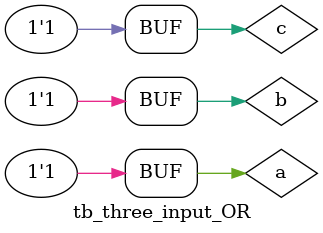
<source format=v>

module tb_three_input_OR(); 
reg a,b, c; 
wire out;
three_input_OR uut(out,a,b, c); 
initial
begin
a = 1'b0;
b = 1'b0;
c = 1'b0;
#10;
a = 1'b0;
b = 1'b0;
c = 1'b1;
#10;
a = 1'b0;
b = 1'b1;
c = 1'b0;
#10;
a = 1'b0;
b = 1'b1;
c = 1'b1;
#10;
a = 1'b1;
b = 1'b0;
c = 1'b0;
#10;
a = 1'b1;
b = 1'b0;
c = 1'b1;
#10;
a = 1'b1;
b = 1'b1;
c = 1'b0;
#10;
a = 1'b1;
b = 1'b1;
c = 1'b1;
#10;
end
// set up the monitoring
initial
begin
$monitor("a=%b, b=%b, c=%b, out=%b, time=%t\n", a, b, c, out, $time);
end
endmodule
</source>
